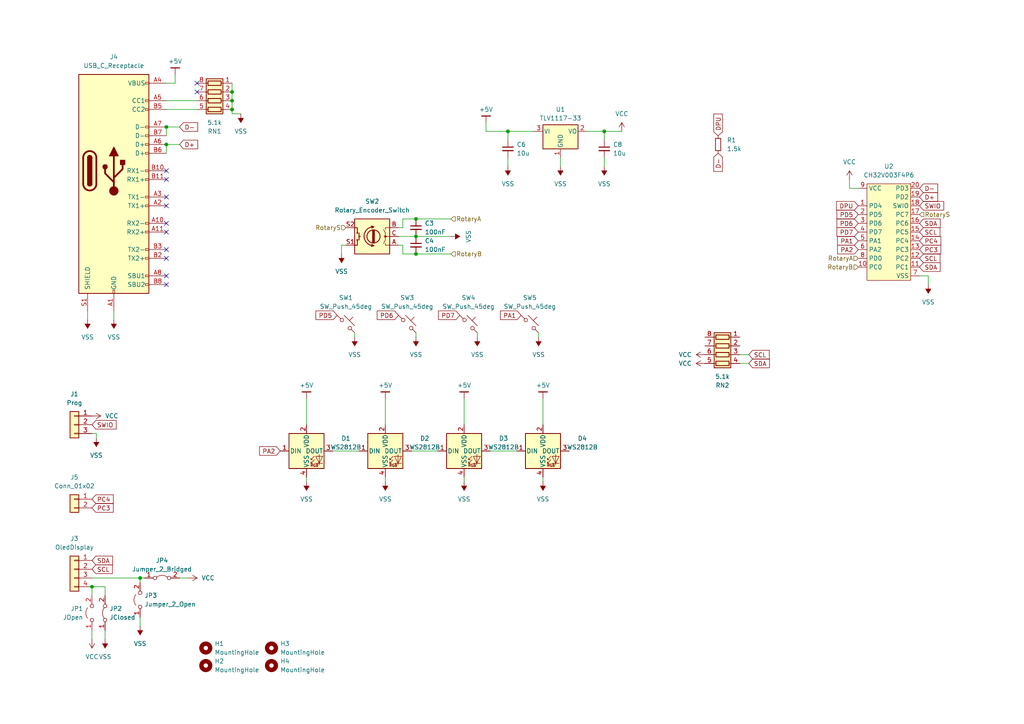
<source format=kicad_sch>
(kicad_sch (version 20231120) (generator "eeschema") (generator_version "8.0")
  (paper "A4")
  (lib_symbols
    (symbol "Connector:USB_C_Receptacle" (pin_names (offset 1.016))
      (property "Reference" "J" (at -10.16 29.21 0))
      (property "Value" "USB_C_Receptacle" (at 10.16 29.21 0))
      (symbol "USB_C_Receptacle_0_0"
        (rectangle (start -0.254 -35.56) (end 0.254 -34.544))
        (rectangle (start 10.16 -32.766) (end 9.144 -33.274))
        (rectangle (start 10.16 -30.226) (end 9.144 -30.734))
        (rectangle (start 10.16 -25.146) (end 9.144 -25.654))
        (rectangle (start 10.16 -22.606) (end 9.144 -23.114))
        (rectangle (start 10.16 -17.526) (end 9.144 -18.034))
        (rectangle (start 10.16 -14.986) (end 9.144 -15.494))
        (rectangle (start 10.16 -9.906) (end 9.144 -10.414))
        (rectangle (start 10.16 -7.366) (end 9.144 -7.874))
        (rectangle (start 10.16 -2.286) (end 9.144 -2.794))
        (rectangle (start 10.16 0.254) (end 9.144 -0.254))
        (rectangle (start 10.16 5.334) (end 9.144 4.826))
        (rectangle (start 10.16 7.874) (end 9.144 7.366))
        (rectangle (start 10.16 10.414) (end 9.144 9.906))
        (rectangle (start 10.16 12.954) (end 9.144 12.446))
        (rectangle (start 10.16 18.034) (end 9.144 17.526))
        (rectangle (start 10.16 20.574) (end 9.144 20.066))
        (rectangle (start 10.16 25.654) (end 9.144 25.146))
      )
      (symbol "USB_C_Receptacle_0_1"
        (rectangle (start -10.16 27.94) (end 10.16 -35.56) (stroke (width 0.254)) (fill (type background)))
        (arc (start -8.89 -3.81) (mid -6.985 -5.7067) (end -5.08 -3.81) (stroke (width 0.508)))
        (arc (start -7.62 -3.81) (mid -6.985 -4.4423) (end -6.35 -3.81) (stroke (width 0.254)))
        (arc (start -7.62 -3.81) (mid -6.985 -4.4423) (end -6.35 -3.81) (stroke (width 0.254)) (fill (type outline)))
        (rectangle (start -7.62 -3.81) (end -6.35 3.81) (stroke (width 0.254)) (fill (type outline)))
        (arc (start -6.35 3.81) (mid -6.985 4.4423) (end -7.62 3.81) (stroke (width 0.254)))
        (arc (start -6.35 3.81) (mid -6.985 4.4423) (end -7.62 3.81) (stroke (width 0.254)) (fill (type outline)))
        (arc (start -5.08 3.81) (mid -6.985 5.7067) (end -8.89 3.81) (stroke (width 0.508)))
        (polyline (pts (xy -8.89 -3.81) (xy -8.89 3.81)) (stroke (width 0.508)))
        (polyline (pts (xy -5.08 3.81) (xy -5.08 -3.81)) (stroke (width 0.508)))
      )
      (symbol "USB_C_Receptacle_1_1"
        (circle (center -2.54 1.143) (radius 0.635) (stroke (width 0.254)) (fill (type outline)))
        (circle (center 0 -5.842) (radius 1.27) (fill (type outline)))
        (polyline (pts (xy 0 -5.842) (xy 0 4.318)) (stroke (width 0.508)))
        (polyline (pts (xy 0 -3.302) (xy -2.54 -0.762) (xy -2.54 0.508)) (stroke (width 0.508)))
        (polyline (pts (xy 0 -2.032) (xy 2.54 0.508) (xy 2.54 1.778)) (stroke (width 0.508)))
        (polyline (pts (xy -1.27 4.318) (xy 0 6.858) (xy 1.27 4.318) (xy -1.27 4.318)) (stroke (width 0.254)) (fill (type outline)))
        (rectangle (start 1.905 1.778) (end 3.175 3.048) (stroke (width 0.254)) (fill (type outline)))
        (pin passive line (at 0 -40.64 90) (length 5.08) (name "GND") (number "A1"))
        (pin bidirectional line (at 15.24 -15.24 180) (length 5.08) (name "RX2-") (number "A10"))
        (pin bidirectional line (at 15.24 -17.78 180) (length 5.08) (name "RX2+") (number "A11"))
        (pin passive line (at 0 -40.64 90) (length 5.08) hide (name "GND") (number "A12"))
        (pin bidirectional line (at 15.24 -10.16 180) (length 5.08) (name "TX1+") (number "A2"))
        (pin bidirectional line (at 15.24 -7.62 180) (length 5.08) (name "TX1-") (number "A3"))
        (pin passive line (at 15.24 25.4 180) (length 5.08) (name "VBUS") (number "A4"))
        (pin bidirectional line (at 15.24 20.32 180) (length 5.08) (name "CC1") (number "A5"))
        (pin bidirectional line (at 15.24 7.62 180) (length 5.08) (name "D+") (number "A6"))
        (pin bidirectional line (at 15.24 12.7 180) (length 5.08) (name "D-") (number "A7"))
        (pin bidirectional line (at 15.24 -30.48 180) (length 5.08) (name "SBU1") (number "A8"))
        (pin passive line (at 15.24 25.4 180) (length 5.08) hide (name "VBUS") (number "A9"))
        (pin passive line (at 0 -40.64 90) (length 5.08) hide (name "GND") (number "B1"))
        (pin bidirectional line (at 15.24 0 180) (length 5.08) (name "RX1-") (number "B10"))
        (pin bidirectional line (at 15.24 -2.54 180) (length 5.08) (name "RX1+") (number "B11"))
        (pin passive line (at 0 -40.64 90) (length 5.08) hide (name "GND") (number "B12"))
        (pin bidirectional line (at 15.24 -25.4 180) (length 5.08) (name "TX2+") (number "B2"))
        (pin bidirectional line (at 15.24 -22.86 180) (length 5.08) (name "TX2-") (number "B3"))
        (pin passive line (at 15.24 25.4 180) (length 5.08) hide (name "VBUS") (number "B4"))
        (pin bidirectional line (at 15.24 17.78 180) (length 5.08) (name "CC2") (number "B5"))
        (pin bidirectional line (at 15.24 5.08 180) (length 5.08) (name "D+") (number "B6"))
        (pin bidirectional line (at 15.24 10.16 180) (length 5.08) (name "D-") (number "B7"))
        (pin bidirectional line (at 15.24 -33.02 180) (length 5.08) (name "SBU2") (number "B8"))
        (pin passive line (at 15.24 25.4 180) (length 5.08) hide (name "VBUS") (number "B9"))
        (pin passive line (at -7.62 -40.64 90) (length 5.08) (name "SHIELD") (number "S1"))
      )
    )
    (symbol "Connector_Generic:Conn_01x02" (pin_names (offset 1.016) hide)
      (property "Reference" "J" (at 0 2.54 0))
      (property "Value" "Conn_01x02" (at 0 -5.08 0))
      (symbol "Conn_01x02_1_1"
        (rectangle (start -1.27 -2.413) (end 0 -2.667) (stroke (width 0.1524)))
        (rectangle (start -1.27 0.127) (end 0 -0.127) (stroke (width 0.1524)))
        (rectangle (start -1.27 1.27) (end 1.27 -3.81) (stroke (width 0.254)) (fill (type background)))
        (pin passive line (at -5.08 0 0) (length 3.81) (name "Pin_1") (number "1"))
        (pin passive line (at -5.08 -2.54 0) (length 3.81) (name "Pin_2") (number "2"))
      )
    )
    (symbol "Connector_Generic:Conn_01x03" (pin_names (offset 1.016) hide)
      (property "Reference" "J" (at 0 5.08 0))
      (property "Value" "Conn_01x03" (at 0 -5.08 0))
      (symbol "Conn_01x03_1_1"
        (rectangle (start -1.27 -2.413) (end 0 -2.667) (stroke (width 0.1524)))
        (rectangle (start -1.27 0.127) (end 0 -0.127) (stroke (width 0.1524)))
        (rectangle (start -1.27 2.667) (end 0 2.413) (stroke (width 0.1524)))
        (rectangle (start -1.27 3.81) (end 1.27 -3.81) (stroke (width 0.254)) (fill (type background)))
        (pin passive line (at -5.08 2.54 0) (length 3.81) (name "Pin_1") (number "1"))
        (pin passive line (at -5.08 0 0) (length 3.81) (name "Pin_2") (number "2"))
        (pin passive line (at -5.08 -2.54 0) (length 3.81) (name "Pin_3") (number "3"))
      )
    )
    (symbol "Connector_Generic:Conn_01x04" (pin_names (offset 1.016) hide)
      (property "Reference" "J" (at 0 5.08 0))
      (property "Value" "Conn_01x04" (at 0 -7.62 0))
      (symbol "Conn_01x04_1_1"
        (rectangle (start -1.27 -4.953) (end 0 -5.207) (stroke (width 0.1524)))
        (rectangle (start -1.27 -2.413) (end 0 -2.667) (stroke (width 0.1524)))
        (rectangle (start -1.27 0.127) (end 0 -0.127) (stroke (width 0.1524)))
        (rectangle (start -1.27 2.667) (end 0 2.413) (stroke (width 0.1524)))
        (rectangle (start -1.27 3.81) (end 1.27 -6.35) (stroke (width 0.254)) (fill (type background)))
        (pin passive line (at -5.08 2.54 0) (length 3.81) (name "Pin_1") (number "1"))
        (pin passive line (at -5.08 0 0) (length 3.81) (name "Pin_2") (number "2"))
        (pin passive line (at -5.08 -2.54 0) (length 3.81) (name "Pin_3") (number "3"))
        (pin passive line (at -5.08 -5.08 0) (length 3.81) (name "Pin_4") (number "4"))
      )
    )
    (symbol "Device:C_Small" (pin_numbers hide) (pin_names (offset 0.254) hide)
      (property "Reference" "C" (at 0.254 1.778 0))
      (property "Value" "C_Small" (at 0.254 -2.032 0))
      (symbol "C_Small_0_1"
        (polyline (pts (xy -1.524 -0.508) (xy 1.524 -0.508)) (stroke (width 0.3302)))
        (polyline (pts (xy -1.524 0.508) (xy 1.524 0.508)) (stroke (width 0.3048)))
      )
      (symbol "C_Small_1_1"
        (pin passive line (at 0 2.54 270) (length 2.032) (name "~") (number "1"))
        (pin passive line (at 0 -2.54 90) (length 2.032) (name "~") (number "2"))
      )
    )
    (symbol "Device:R_Pack04" (pin_names (offset 0) hide)
      (property "Reference" "RN" (at -7.62 0 90))
      (property "Value" "R_Pack04" (at 5.08 0 90))
      (symbol "R_Pack04_0_1"
        (rectangle (start -6.35 -2.413) (end 3.81 2.413) (stroke (width 0.254)) (fill (type background)))
        (rectangle (start -5.715 1.905) (end -4.445 -1.905) (stroke (width 0.254)))
        (rectangle (start -3.175 1.905) (end -1.905 -1.905) (stroke (width 0.254)))
        (rectangle (start -0.635 1.905) (end 0.635 -1.905) (stroke (width 0.254)))
        (polyline (pts (xy -5.08 -2.54) (xy -5.08 -1.905)))
        (polyline (pts (xy -5.08 1.905) (xy -5.08 2.54)))
        (polyline (pts (xy -2.54 -2.54) (xy -2.54 -1.905)))
        (polyline (pts (xy -2.54 1.905) (xy -2.54 2.54)))
        (polyline (pts (xy 0 -2.54) (xy 0 -1.905)))
        (polyline (pts (xy 0 1.905) (xy 0 2.54)))
        (polyline (pts (xy 2.54 -2.54) (xy 2.54 -1.905)))
        (polyline (pts (xy 2.54 1.905) (xy 2.54 2.54)))
        (rectangle (start 1.905 1.905) (end 3.175 -1.905) (stroke (width 0.254)))
      )
      (symbol "R_Pack04_1_1"
        (pin passive line (at -5.08 -5.08 90) (length 2.54) (name "R1.1") (number "1"))
        (pin passive line (at -2.54 -5.08 90) (length 2.54) (name "R2.1") (number "2"))
        (pin passive line (at 0 -5.08 90) (length 2.54) (name "R3.1") (number "3"))
        (pin passive line (at 2.54 -5.08 90) (length 2.54) (name "R4.1") (number "4"))
        (pin passive line (at 2.54 5.08 270) (length 2.54) (name "R4.2") (number "5"))
        (pin passive line (at 0 5.08 270) (length 2.54) (name "R3.2") (number "6"))
        (pin passive line (at -2.54 5.08 270) (length 2.54) (name "R2.2") (number "7"))
        (pin passive line (at -5.08 5.08 270) (length 2.54) (name "R1.2") (number "8"))
      )
    )
    (symbol "Device:R_Small" (pin_numbers hide) (pin_names (offset 0.254) hide)
      (property "Reference" "R" (at 0.762 0.508 0))
      (property "Value" "R_Small" (at 0.762 -1.016 0))
      (symbol "R_Small_0_1"
        (rectangle (start -0.762 1.778) (end 0.762 -1.778) (stroke (width 0.2032)))
      )
      (symbol "R_Small_1_1"
        (pin passive line (at 0 2.54 270) (length 0.762) (name "~") (number "1"))
        (pin passive line (at 0 -2.54 90) (length 0.762) (name "~") (number "2"))
      )
    )
    (symbol "Device:Rotary_Encoder_Switch" (pin_names (offset 0.254) hide)
      (property "Reference" "SW" (at 0 6.604 0))
      (property "Value" "Rotary_Encoder_Switch" (at 0 -6.604 0))
      (symbol "Rotary_Encoder_Switch_0_1"
        (rectangle (start -5.08 5.08) (end 5.08 -5.08) (stroke (width 0.254)) (fill (type background)))
        (circle (center -3.81 0) (radius 0.254) (fill (type outline)))
        (arc (start -0.381 -2.794) (mid 2.3376 -0.0635) (end -0.381 2.667) (stroke (width 0.254)))
        (circle (center -0.381 0) (radius 1.905) (stroke (width 0.254)))
        (polyline (pts (xy -0.635 -1.778) (xy -0.635 1.778)) (stroke (width 0.254)))
        (polyline (pts (xy -0.381 -1.778) (xy -0.381 1.778)) (stroke (width 0.254)))
        (polyline (pts (xy -0.127 1.778) (xy -0.127 -1.778)) (stroke (width 0.254)))
        (polyline (pts (xy 3.81 0) (xy 3.429 0)) (stroke (width 0.254)))
        (polyline (pts (xy 3.81 1.016) (xy 3.81 -1.016)) (stroke (width 0.254)))
        (polyline (pts (xy -5.08 -2.54) (xy -3.81 -2.54) (xy -3.81 -2.032)))
        (polyline (pts (xy -5.08 2.54) (xy -3.81 2.54) (xy -3.81 2.032)))
        (polyline (pts (xy 0.254 -3.048) (xy -0.508 -2.794) (xy 0.127 -2.413)) (stroke (width 0.254)))
        (polyline (pts (xy 0.254 2.921) (xy -0.508 2.667) (xy 0.127 2.286)) (stroke (width 0.254)))
        (polyline (pts (xy 5.08 -2.54) (xy 4.318 -2.54) (xy 4.318 -1.016)) (stroke (width 0.254)))
        (polyline (pts (xy 5.08 2.54) (xy 4.318 2.54) (xy 4.318 1.016)) (stroke (width 0.254)))
        (polyline (pts (xy -5.08 0) (xy -3.81 0) (xy -3.81 -1.016) (xy -3.302 -2.032)))
        (polyline (pts (xy -4.318 0) (xy -3.81 0) (xy -3.81 1.016) (xy -3.302 2.032)))
        (circle (center 4.318 -1.016) (radius 0.127) (stroke (width 0.254)))
        (circle (center 4.318 1.016) (radius 0.127) (stroke (width 0.254)))
      )
      (symbol "Rotary_Encoder_Switch_1_1"
        (pin passive line (at -7.62 2.54 0) (length 2.54) (name "A") (number "A"))
        (pin passive line (at -7.62 -2.54 0) (length 2.54) (name "B") (number "B"))
        (pin passive line (at -7.62 0 0) (length 2.54) (name "C") (number "C"))
        (pin passive line (at 7.62 2.54 180) (length 2.54) (name "S1") (number "S1"))
        (pin passive line (at 7.62 -2.54 180) (length 2.54) (name "S2") (number "S2"))
      )
    )
    (symbol "Jumper:Jumper_2_Bridged" (pin_names (offset 0) hide)
      (property "Reference" "JP" (at 0 1.905 0))
      (property "Value" "Jumper_2_Bridged" (at 0 -2.54 0))
      (symbol "Jumper_2_Bridged_0_0"
        (circle (center -2.032 0) (radius 0.508))
        (circle (center 2.032 0) (radius 0.508))
      )
      (symbol "Jumper_2_Bridged_0_1"
        (arc (start 1.524 0.254) (mid 0 0.762) (end -1.524 0.254))
      )
      (symbol "Jumper_2_Bridged_1_1"
        (pin passive line (at -5.08 0 0) (length 2.54) (name "A") (number "1"))
        (pin passive line (at 5.08 0 180) (length 2.54) (name "B") (number "2"))
      )
    )
    (symbol "Jumper:Jumper_2_Open" (pin_names (offset 0) hide)
      (property "Reference" "JP" (at 0 2.794 0))
      (property "Value" "Jumper_2_Open" (at 0 -2.286 0))
      (symbol "Jumper_2_Open_0_0"
        (circle (center -2.032 0) (radius 0.508))
        (circle (center 2.032 0) (radius 0.508))
      )
      (symbol "Jumper_2_Open_0_1"
        (arc (start 1.524 1.27) (mid 0 1.778) (end -1.524 1.27))
      )
      (symbol "Jumper_2_Open_1_1"
        (pin passive line (at -5.08 0 0) (length 2.54) (name "A") (number "1"))
        (pin passive line (at 5.08 0 180) (length 2.54) (name "B") (number "2"))
      )
    )
    (symbol "LED:WS2812B" (pin_names (offset 0.254))
      (property "Reference" "D1" (at 11.43 3.6479 0))
      (property "Value" "WS2812B" (at 11.43 1.1079 0))
      (symbol "WS2812B_0_0"
        (text "RGB" (at 2.286 -4.191 0) (effects (font (size 0.762 0.762))))
      )
      (symbol "WS2812B_0_1"
        (polyline (pts (xy 1.27 -3.556) (xy 1.778 -3.556)))
        (polyline (pts (xy 1.27 -2.54) (xy 1.778 -2.54)))
        (polyline (pts (xy 4.699 -3.556) (xy 2.667 -3.556)))
        (polyline (pts (xy 2.286 -2.54) (xy 1.27 -3.556) (xy 1.27 -3.048)))
        (polyline (pts (xy 2.286 -1.524) (xy 1.27 -2.54) (xy 1.27 -2.032)))
        (polyline (pts (xy 3.683 -1.016) (xy 3.683 -3.556) (xy 3.683 -4.064)))
        (polyline (pts (xy 4.699 -1.524) (xy 2.667 -1.524) (xy 3.683 -3.556) (xy 4.699 -1.524)))
        (rectangle (start 5.08 5.08) (end -5.08 -5.08) (stroke (width 0.254)) (fill (type background)))
      )
      (symbol "WS2812B_1_1"
        (pin input line (at -7.62 0 0) (length 2.54) (name "DIN") (number "1"))
        (pin power_in line (at 0 7.62 270) (length 2.54) (name "VDD") (number "2"))
        (pin output line (at 7.62 0 180) (length 2.54) (name "DOUT") (number "3"))
        (pin power_in line (at 0 -7.62 90) (length 2.54) (name "VSS") (number "4"))
      )
    )
    (symbol "Mechanical:MountingHole" (pin_names (offset 1.016))
      (property "Reference" "H" (at 0 5.08 0))
      (property "Value" "MountingHole" (at 0 3.175 0))
      (symbol "MountingHole_0_1"
        (circle (center 0 0) (radius 1.27) (stroke (width 1.27)))
      )
    )
    (symbol "Regulator_Linear:TLV1117-33" (pin_names (offset 0.254))
      (property "Reference" "U" (at -3.81 3.175 0))
      (property "Value" "TLV1117-33" (at 0 3.175 0))
      (symbol "TLV1117-33_0_1"
        (rectangle (start -5.08 -5.08) (end 5.08 1.905) (stroke (width 0.254)) (fill (type background)))
      )
      (symbol "TLV1117-33_1_1"
        (pin power_in line (at 0 -7.62 90) (length 2.54) (name "GND") (number "1"))
        (pin power_out line (at 7.62 0 180) (length 2.54) (name "VO") (number "2"))
        (pin power_in line (at -7.62 0 0) (length 2.54) (name "VI") (number "3"))
      )
    )
    (symbol "Switch:SW_Push_45deg" (pin_numbers hide) (pin_names (offset 1.016) hide)
      (property "Reference" "SW" (at 3.048 1.016 0))
      (property "Value" "SW_Push_45deg" (at 0 -3.81 0))
      (symbol "SW_Push_45deg_0_1"
        (circle (center -1.1684 1.1684) (radius 0.508))
        (polyline (pts (xy -0.508 2.54) (xy 2.54 -0.508)))
        (polyline (pts (xy 1.016 1.016) (xy 2.032 2.032)))
        (polyline (pts (xy -2.54 2.54) (xy -1.524 1.524) (xy -1.524 1.524)))
        (polyline (pts (xy 1.524 -1.524) (xy 2.54 -2.54) (xy 2.54 -2.54) (xy 2.54 -2.54)))
        (circle (center 1.143 -1.1938) (radius 0.508))
        (pin passive line (at -2.54 2.54 0) (length 0) (name "1") (number "1"))
        (pin passive line (at 2.54 -2.54 180) (length 0) (name "2") (number "2"))
      )
    )
    (symbol "WCH:CH32V003F4P6"
      (property "Reference" "U" (at 5.08 -24.13 0))
      (property "Value" "CH32V003F4P6" (at 0 6.35 0))
      (symbol "CH32V003F4P6_0_1"
        (rectangle (start -6.35 5.08) (end 6.35 -22.86) (stroke (width 0.1524)) (fill (type background)))
      )
      (symbol "CH32V003F4P6_1_1"
        (pin input line (at -8.89 -1.27 0) (length 2.54) (name "PD4") (number "1"))
        (pin input line (at -8.89 -19.05 0) (length 2.54) (name "PC0") (number "10"))
        (pin input line (at 8.89 -19.05 180) (length 2.54) (name "PC1") (number "11"))
        (pin input line (at 8.89 -16.51 180) (length 2.54) (name "PC2") (number "12"))
        (pin input line (at 8.89 -13.97 180) (length 2.54) (name "PC3") (number "13"))
        (pin input line (at 8.89 -11.43 180) (length 2.54) (name "PC4") (number "14"))
        (pin input line (at 8.89 -8.89 180) (length 2.54) (name "PC5") (number "15"))
        (pin input line (at 8.89 -6.35 180) (length 2.54) (name "PC6") (number "16"))
        (pin input line (at 8.89 -3.81 180) (length 2.54) (name "PC7") (number "17"))
        (pin input line (at 8.89 -1.27 180) (length 2.54) (name "SWIO") (number "18"))
        (pin input line (at 8.89 1.27 180) (length 2.54) (name "PD2") (number "19"))
        (pin input line (at -8.89 -3.81 0) (length 2.54) (name "PD5") (number "2"))
        (pin input line (at 8.89 3.81 180) (length 2.54) (name "PD3") (number "20"))
        (pin input line (at -8.89 -6.35 0) (length 2.54) (name "PD6") (number "3"))
        (pin input line (at -8.89 -8.89 0) (length 2.54) (name "PD7") (number "4"))
        (pin input line (at -8.89 -11.43 0) (length 2.54) (name "PA1") (number "5"))
        (pin input line (at -8.89 -13.97 0) (length 2.54) (name "PA2") (number "6"))
        (pin input line (at 8.89 -21.59 180) (length 2.54) (name "VSS") (number "7"))
        (pin input line (at -8.89 -16.51 0) (length 2.54) (name "PD0") (number "8"))
        (pin input line (at -8.89 3.81 0) (length 2.54) (name "VCC") (number "9"))
      )
    )
    (symbol "gkl_power:+5V" (power) (pin_names (offset 0))
      (property "Value" "+5V" (at 0 3.175 0))
      (symbol "+5V_0_1"
        (polyline (pts (xy -1.27 1.905) (xy 1.27 1.905)) (stroke (width 0.3048)))
        (polyline (pts (xy 0 0) (xy 0 1.905)))
      )
      (symbol "+5V_1_1"
        (pin power_in line (at 0 0 90) (length 0) hide (name "+5V") (number "1"))
      )
    )
    (symbol "power:VCC" (power) (pin_names (offset 0))
      (property "Value" "VCC" (at 0 3.81 0))
      (symbol "VCC_0_1"
        (polyline (pts (xy -0.762 1.27) (xy 0 2.54)))
        (polyline (pts (xy 0 0) (xy 0 2.54)))
        (polyline (pts (xy 0 2.54) (xy 0.762 1.27)))
      )
      (symbol "VCC_1_1"
        (pin power_in line (at 0 0 90) (length 0) hide (name "VCC") (number "1"))
      )
    )
    (symbol "power:VSS" (power) (pin_names (offset 0))
      (property "Value" "VSS" (at 0 3.81 0))
      (symbol "VSS_0_1"
        (polyline (pts (xy 0 0) (xy 0 2.54)))
        (polyline (pts (xy 0.762 1.27) (xy -0.762 1.27) (xy 0 2.54) (xy 0.762 1.27)) (fill (type outline)))
      )
      (symbol "VSS_1_1"
        (pin power_in line (at 0 0 90) (length 0) hide (name "VSS") (number "1"))
      )
    )
  )
  (junction (at 147.32 38.1))
  (junction (at 26.67 170.18))
  (junction (at 48.26 36.83))
  (junction (at 120.65 63.5) (diameter 0.9144))
  (junction (at 67.31 29.21))
  (junction (at 40.64 167.64))
  (junction (at 48.26 41.91))
  (junction (at 120.65 68.58) (diameter 0.9144))
  (junction (at 67.31 26.67))
  (junction (at 120.65 73.66) (diameter 0.9144))
  (junction (at 175.26 38.1))
  (junction (at 67.31 31.75))
  (no_connect (at 48.26 72.39))
  (no_connect (at 48.26 64.77))
  (no_connect (at 48.26 74.93))
  (no_connect (at 48.26 52.07))
  (no_connect (at 57.15 26.67))
  (no_connect (at 48.26 49.53))
  (no_connect (at 48.26 59.69))
  (no_connect (at 48.26 80.01))
  (no_connect (at 48.26 82.55))
  (no_connect (at 57.15 24.13))
  (no_connect (at 48.26 67.31))
  (no_connect (at 48.26 57.15))
  (wire (pts (xy 48.26 41.91) (xy 52.07 41.91)))
  (wire (pts (xy 52.07 167.64) (xy 54.61 167.64)))
  (wire (pts (xy 116.84 66.04) (xy 116.84 63.5)))
  (wire (pts (xy 67.31 26.67) (xy 67.31 29.21)))
  (wire (pts (xy 67.31 29.21) (xy 67.31 31.75)))
  (wire (pts (xy 26.67 170.18) (xy 26.67 172.72)))
  (wire (pts (xy 157.48 138.43) (xy 157.48 139.7)))
  (wire (pts (xy 116.84 71.12) (xy 116.84 73.66)))
  (wire (pts (xy 269.24 82.55) (xy 269.24 80.01)))
  (wire (pts (xy 162.56 45.72) (xy 162.56 48.26)))
  (wire (pts (xy 30.48 182.88) (xy 30.48 185.42)))
  (wire (pts (xy 111.76 115.57) (xy 111.76 123.19)))
  (wire (pts (xy 25.4 90.17) (xy 25.4 92.71)))
  (wire (pts (xy 116.84 73.66) (xy 120.65 73.66)))
  (wire (pts (xy 170.18 38.1) (xy 175.26 38.1)))
  (wire (pts (xy 102.87 96.52) (xy 102.87 97.79)))
  (wire (pts (xy 67.31 33.02) (xy 67.31 31.75)))
  (wire (pts (xy 27.94 127) (xy 27.94 125.73)))
  (wire (pts (xy 115.57 66.04) (xy 116.84 66.04)))
  (wire (pts (xy 48.26 31.75) (xy 57.15 31.75)))
  (wire (pts (xy 147.32 38.1) (xy 154.94 38.1)))
  (wire (pts (xy 138.43 96.52) (xy 138.43 97.79)))
  (wire (pts (xy 156.21 96.52) (xy 156.21 97.79)))
  (wire (pts (xy 147.32 38.1) (xy 147.32 40.64)))
  (wire (pts (xy 88.9 138.43) (xy 88.9 139.7)))
  (wire (pts (xy 175.26 45.72) (xy 175.26 48.26)))
  (wire (pts (xy 48.26 29.21) (xy 57.15 29.21)))
  (wire (pts (xy 115.57 68.58) (xy 120.65 68.58)))
  (wire (pts (xy 48.26 36.83) (xy 48.26 39.37)))
  (wire (pts (xy 67.31 24.13) (xy 67.31 26.67)))
  (wire (pts (xy 214.63 102.87) (xy 217.17 102.87)))
  (wire (pts (xy 120.65 68.58) (xy 130.81 68.58)))
  (wire (pts (xy 88.9 115.57) (xy 88.9 123.19)))
  (wire (pts (xy 30.48 172.72) (xy 30.48 170.18)))
  (wire (pts (xy 214.63 105.41) (xy 217.17 105.41)))
  (wire (pts (xy 30.48 170.18) (xy 26.67 170.18)))
  (wire (pts (xy 120.65 63.5) (xy 130.81 63.5)))
  (wire (pts (xy 140.97 38.1) (xy 147.32 38.1)))
  (wire (pts (xy 48.26 44.45) (xy 48.26 41.91)))
  (wire (pts (xy 48.26 36.83) (xy 52.07 36.83)))
  (wire (pts (xy 99.06 73.66) (xy 99.06 71.12)))
  (wire (pts (xy 40.64 167.64) (xy 40.64 168.91)))
  (wire (pts (xy 120.65 96.52) (xy 120.65 97.79)))
  (wire (pts (xy 48.26 24.13) (xy 50.8 24.13)))
  (wire (pts (xy 115.57 71.12) (xy 116.84 71.12)))
  (wire (pts (xy 120.65 73.66) (xy 130.81 73.66)))
  (wire (pts (xy 175.26 38.1) (xy 175.26 40.64)))
  (wire (pts (xy 116.84 63.5) (xy 120.65 63.5)))
  (wire (pts (xy 147.32 45.72) (xy 147.32 48.26)))
  (wire (pts (xy 27.94 125.73) (xy 26.67 125.73)))
  (wire (pts (xy 99.06 71.12) (xy 100.33 71.12)))
  (wire (pts (xy 134.62 115.57) (xy 134.62 123.19)))
  (wire (pts (xy 33.02 90.17) (xy 33.02 92.71)))
  (wire (pts (xy 26.67 182.88) (xy 26.67 185.42)))
  (wire (pts (xy 134.62 138.43) (xy 134.62 139.7)))
  (wire (pts (xy 40.64 179.07) (xy 40.64 181.61)))
  (wire (pts (xy 157.48 115.57) (xy 157.48 123.19)))
  (wire (pts (xy 246.38 52.07) (xy 246.38 54.61)))
  (wire (pts (xy 96.52 130.81) (xy 104.14 130.81)))
  (wire (pts (xy 142.24 130.81) (xy 149.86 130.81)))
  (wire (pts (xy 119.38 130.81) (xy 127 130.81)))
  (wire (pts (xy 140.97 35.56) (xy 140.97 38.1)))
  (wire (pts (xy 111.76 138.43) (xy 111.76 139.7)))
  (wire (pts (xy 69.85 33.02) (xy 67.31 33.02)))
  (wire (pts (xy 40.64 167.64) (xy 41.91 167.64)))
  (wire (pts (xy 246.38 54.61) (xy 248.92 54.61)))
  (wire (pts (xy 175.26 38.1) (xy 180.34 38.1)))
  (wire (pts (xy 26.67 167.64) (xy 40.64 167.64)))
  (wire (pts (xy 269.24 80.01) (xy 266.7 80.01)))
  (wire (pts (xy 50.8 24.13) (xy 50.8 21.59)))
  (global_label "SCL" (shape input) (at 266.7 67.31 0) (property "Intersheetrefs" "${INTERSHEET_REFS}" (effects (hide yes))))
  (global_label "D-" (shape input) (at 208.28 44.45 270) (property "Intersheetrefs" "${INTERSHEET_REFS}" (effects (hide yes))))
  (global_label "PC4" (shape input) (at 26.67 144.78 0) (property "Intersheetrefs" "${INTERSHEET_REFS}" (effects (hide yes))))
  (global_label "SDA" (shape input) (at 266.7 77.47 0) (property "Intersheetrefs" "${INTERSHEET_REFS}" (effects (hide yes))))
  (global_label "SCL" (shape input) (at 217.17 102.87 0) (property "Intersheetrefs" "${INTERSHEET_REFS}" (effects (hide yes))))
  (global_label "PA1" (shape input) (at 248.92 69.85 180) (property "Intersheetrefs" "${INTERSHEET_REFS}" (effects (hide yes))))
  (global_label "PD5" (shape input) (at 248.92 62.23 180) (property "Intersheetrefs" "${INTERSHEET_REFS}" (effects (hide yes))))
  (global_label "SWIO" (shape input) (at 266.7 59.69 0) (property "Intersheetrefs" "${INTERSHEET_REFS}" (effects (hide yes))))
  (global_label "PD6" (shape input) (at 115.57 91.44 180) (property "Intersheetrefs" "${INTERSHEET_REFS}" (effects (hide yes))))
  (global_label "PC3" (shape input) (at 266.7 72.39 0) (property "Intersheetrefs" "${INTERSHEET_REFS}" (effects (hide yes))))
  (global_label "PA2" (shape input) (at 248.92 72.39 180) (property "Intersheetrefs" "${INTERSHEET_REFS}" (effects (hide yes))))
  (global_label "D+" (shape input) (at 266.7 57.15 0) (property "Intersheetrefs" "${INTERSHEET_REFS}" (effects (hide yes))))
  (global_label "PA2" (shape input) (at 81.28 130.81 180) (property "Intersheetrefs" "${INTERSHEET_REFS}" (effects (hide yes))))
  (global_label "PA1" (shape input) (at 151.13 91.44 180) (property "Intersheetrefs" "${INTERSHEET_REFS}" (effects (hide yes))))
  (global_label "PD7" (shape input) (at 133.35 91.44 180) (property "Intersheetrefs" "${INTERSHEET_REFS}" (effects (hide yes))))
  (global_label "D-" (shape input) (at 52.07 36.83 0) (property "Intersheetrefs" "${INTERSHEET_REFS}" (effects (hide yes))))
  (global_label "PD5" (shape input) (at 97.79 91.44 180) (property "Intersheetrefs" "${INTERSHEET_REFS}" (effects (hide yes))))
  (global_label "D-" (shape input) (at 266.7 54.61 0) (property "Intersheetrefs" "${INTERSHEET_REFS}" (effects (hide yes))))
  (global_label "SDA" (shape input) (at 266.7 64.77 0) (property "Intersheetrefs" "${INTERSHEET_REFS}" (effects (hide yes))))
  (global_label "PD6" (shape input) (at 248.92 64.77 180) (property "Intersheetrefs" "${INTERSHEET_REFS}" (effects (hide yes))))
  (global_label "SDA" (shape input) (at 217.17 105.41 0) (property "Intersheetrefs" "${INTERSHEET_REFS}" (effects (hide yes))))
  (global_label "PD7" (shape input) (at 248.92 67.31 180) (property "Intersheetrefs" "${INTERSHEET_REFS}" (effects (hide yes))))
  (global_label "SDA" (shape input) (at 26.67 162.56 0) (property "Intersheetrefs" "${INTERSHEET_REFS}" (effects (hide yes))))
  (global_label "SCL" (shape input) (at 26.67 165.1 0) (property "Intersheetrefs" "${INTERSHEET_REFS}" (effects (hide yes))))
  (global_label "DPU" (shape input) (at 208.28 39.37 90) (property "Intersheetrefs" "${INTERSHEET_REFS}" (effects (hide yes))))
  (global_label "PC4" (shape input) (at 266.7 69.85 0) (property "Intersheetrefs" "${INTERSHEET_REFS}" (effects (hide yes))))
  (global_label "D+" (shape input) (at 52.07 41.91 0) (property "Intersheetrefs" "${INTERSHEET_REFS}" (effects (hide yes))))
  (global_label "PC3" (shape input) (at 26.67 147.32 0) (property "Intersheetrefs" "${INTERSHEET_REFS}" (effects (hide yes))))
  (global_label "SCL" (shape input) (at 266.7 74.93 0) (property "Intersheetrefs" "${INTERSHEET_REFS}" (effects (hide yes))))
  (global_label "DPU" (shape input) (at 248.92 59.69 180) (property "Intersheetrefs" "${INTERSHEET_REFS}" (effects (hide yes))))
  (global_label "SWIO" (shape input) (at 26.67 123.19 0) (property "Intersheetrefs" "${INTERSHEET_REFS}" (effects (hide yes))))
  (hierarchical_label "RotaryS" (shape input) (at 266.7 62.23 0))
  (hierarchical_label "RotaryA" (shape input) (at 248.92 74.93 180))
  (hierarchical_label "RotaryB" (shape input) (at 248.92 77.47 180))
  (hierarchical_label "RotaryS" (shape input) (at 100.33 66.04 180))
  (hierarchical_label "RotaryB" (shape input) (at 130.81 73.66 0))
  (hierarchical_label "RotaryA" (shape input) (at 130.81 63.5 0))
  (symbol (lib_id "gkl_power:+5V") (at 157.48 115.57 0) (unit 1)
    (property "Reference" "#PWR028" (effects (hide yes)))
    (property "Value" "+5V" (at 157.48 111.76 0))
  )
  (symbol (lib_id "Connector:USB_C_Receptacle") (at 33.02 49.53 0) (unit 1)
    (property "Reference" "J4" (at 33.02 16.51 0))
    (property "Value" "USB_C_Receptacle" (at 33.02 19.05 0))
    (property "Footprint" "UL_USB:USB_C_Receptical-Jing" (effects (hide yes)))
    (property "Datasheet" "https://www.usb.org/sites/default/files/documents/usb_type-c.zip" (effects (hide yes)))
  )
  (symbol (lib_id "LED:WS2812B") (at 157.48 130.81 0) (unit 1)
    (property "Reference" "D4" (at 168.91 127.1621 0))
    (property "Value" "WS2812B" (at 168.91 129.7021 0))
    (property "Footprint" "UL_LED:SK6812-E_Reverse" (effects (hide yes)))
    (property "Datasheet" "https://cdn-shop.adafruit.com/datasheets/WS2812B.pdf" (effects (hide yes)))
  )
  (symbol (lib_id "WCH:CH32V003F4P6") (at 257.81 58.42 0) (unit 1)
    (property "Reference" "U2" (at 257.81 48.26 0))
    (property "Value" "CH32V003F4P6" (at 257.81 50.8 0))
    (property "Footprint" "Package_SO:TSSOP-20_4.4x6.5mm_P0.65mm" (effects (hide yes)))
  )
  (symbol (lib_id "power:VSS") (at 157.48 139.7 180) (unit 1)
    (property "Reference" "#PWR029" (effects (hide yes)))
    (property "Value" "VSS" (at 157.48 144.78 0))
  )
  (symbol (lib_id "power:VSS") (at 162.56 48.26 180) (unit 1)
    (property "Reference" "#PWR030" (effects (hide yes)))
    (property "Value" "VSS" (at 162.56 53.34 0))
  )
  (symbol (lib_id "power:VSS") (at 175.26 48.26 180) (unit 1)
    (property "Reference" "#PWR031" (effects (hide yes)))
    (property "Value" "VSS" (at 175.26 53.34 0))
  )
  (symbol (lib_id "Device:R_Pack04") (at 62.23 29.21 90) (mirror x) (unit 1)
    (property "Reference" "RN1" (at 62.23 38.1 90))
    (property "Value" "5.1k" (at 62.23 35.56 90))
    (property "Footprint" "Resistor_SMD:R_Array_Convex_4x0603" (effects (hide yes)))
  )
  (symbol (lib_id "power:VCC") (at 54.61 167.64 270) (unit 1)
    (property "Reference" "#PWR09" (effects (hide yes)))
    (property "Value" "VCC" (at 58.42 167.64 90) (effects (justify left)))
  )
  (symbol (lib_id "gkl_power:+5V") (at 134.62 115.57 0) (unit 1)
    (property "Reference" "#PWR021" (effects (hide yes)))
    (property "Value" "+5V" (at 134.62 111.76 0))
  )
  (symbol (lib_id "Jumper:Jumper_2_Bridged") (at 46.99 167.64 0) (unit 1)
    (property "Reference" "JP4" (at 46.99 162.56 0))
    (property "Value" "Jumper_2_Bridged" (at 46.99 165.1 0))
    (property "Footprint" "Jumper:SolderJumper-2_P1.3mm_Bridged_Pad1.0x1.5mm" (effects (hide yes)))
  )
  (symbol (lib_id "power:VSS") (at 30.48 185.42 180) (unit 1)
    (property "Reference" "#PWR05" (effects (hide yes)))
    (property "Value" "VSS" (at 30.48 190.5 0))
  )
  (symbol (lib_id "power:VSS") (at 120.65 97.79 180) (unit 1)
    (property "Reference" "#PWR018" (effects (hide yes)))
    (property "Value" "VSS" (at 120.65 102.87 0))
  )
  (symbol (lib_id "power:VSS") (at 40.64 181.61 180) (unit 1)
    (property "Reference" "#PWR07" (effects (hide yes)))
    (property "Value" "VSS" (at 40.64 186.69 0))
  )
  (symbol (lib_id "power:VSS") (at 147.32 48.26 180) (unit 1)
    (property "Reference" "#PWR025" (effects (hide yes)))
    (property "Value" "VSS" (at 147.32 53.34 0))
  )
  (symbol (lib_id "Device:Rotary_Encoder_Switch") (at 107.95 68.58 180) (unit 1)
    (property "Reference" "SW2" (at 107.95 58.42 0))
    (property "Value" "Rotary_Encoder_Switch" (at 107.95 60.96 0))
    (property "Footprint" "cafebabe:EC11L1524E03_Rotary_Encoder" (effects (hide yes)))
  )
  (symbol (lib_id "power:VSS") (at 88.9 139.7 180) (unit 1)
    (property "Reference" "#PWR013" (effects (hide yes)))
    (property "Value" "VSS" (at 88.9 144.78 0))
  )
  (symbol (lib_id "LED:WS2812B") (at 111.76 130.81 0) (unit 1)
    (property "Reference" "D2" (at 123.19 127.1621 0))
    (property "Value" "WS2812B" (at 123.19 129.7021 0))
    (property "Footprint" "UL_LED:SK6812-E_Reverse" (effects (hide yes)))
    (property "Datasheet" "https://cdn-shop.adafruit.com/datasheets/WS2812B.pdf" (effects (hide yes)))
  )
  (symbol (lib_id "Mechanical:MountingHole") (at 59.69 193.04 0) (unit 1)
    (property "Reference" "H2" (at 62.23 191.77 0) (effects (justify left)))
    (property "Value" "MountingHole" (at 62.23 194.31 0) (effects (justify left)))
    (property "Footprint" "MountingHole:MountingHole_2.2mm_M2" (effects (hide yes)))
  )
  (symbol (lib_id "Switch:SW_Push_45deg") (at 118.11 93.98 0) (unit 1)
    (property "Reference" "SW3" (at 118.11 86.36 0))
    (property "Value" "SW_Push_45deg" (at 118.11 88.9 0))
    (property "Footprint" "Button_Switch_Keyboard:SW_Cherry_MX_1.00u_PCB" (effects (hide yes)))
  )
  (symbol (lib_id "Jumper:Jumper_2_Bridged") (at 30.48 177.8 90) (unit 1)
    (property "Reference" "JP2" (at 31.75 176.53 90) (effects (justify right)))
    (property "Value" "JClosed" (at 31.75 179.07 90) (effects (justify right)))
    (property "Footprint" "Jumper:SolderJumper-2_P1.3mm_Bridged_Pad1.0x1.5mm" (effects (hide yes)))
  )
  (symbol (lib_id "power:VSS") (at 138.43 97.79 180) (unit 1)
    (property "Reference" "#PWR023" (effects (hide yes)))
    (property "Value" "VSS" (at 138.43 102.87 0))
  )
  (symbol (lib_id "power:VSS") (at 27.94 127 0) (mirror x) (unit 1)
    (property "Reference" "#PWR04" (effects (hide yes)))
    (property "Value" "VSS" (at 27.94 132.08 0))
  )
  (symbol (lib_id "Mechanical:MountingHole") (at 78.74 187.96 0) (unit 1)
    (property "Reference" "H3" (at 81.28 186.69 0) (effects (justify left)))
    (property "Value" "MountingHole" (at 81.28 189.23 0) (effects (justify left)))
    (property "Footprint" "MountingHole:MountingHole_2.2mm_M2" (effects (hide yes)))
  )
  (symbol (lib_id "Mechanical:MountingHole") (at 78.74 193.04 0) (unit 1)
    (property "Reference" "H4" (at 81.28 191.77 0) (effects (justify left)))
    (property "Value" "MountingHole" (at 81.28 194.31 0) (effects (justify left)))
    (property "Footprint" "MountingHole:MountingHole_2.2mm_M2" (effects (hide yes)))
  )
  (symbol (lib_id "power:VCC") (at 246.38 52.07 0) (unit 1)
    (property "Reference" "#PWR033" (effects (hide yes)))
    (property "Value" "VCC" (at 246.38 46.99 0))
  )
  (symbol (lib_id "power:VSS") (at 111.76 139.7 180) (unit 1)
    (property "Reference" "#PWR017" (effects (hide yes)))
    (property "Value" "VSS" (at 111.76 144.78 0))
  )
  (symbol (lib_id "Device:C_Small") (at 120.65 71.12 0) (unit 1)
    (property "Reference" "C4" (at 123.19 69.85 0) (effects (justify left)))
    (property "Value" "100nF" (at 123.19 72.39 0) (effects (justify left)))
    (property "Footprint" "Capacitor_SMD:C_0805_2012Metric" (effects (hide yes)))
  )
  (symbol (lib_id "power:VSS") (at 69.85 33.02 180) (unit 1)
    (property "Reference" "#PWR010" (effects (hide yes)))
    (property "Value" "VSS" (at 69.85 38.1 0))
  )
  (symbol (lib_id "Connector_Generic:Conn_01x02") (at 21.59 144.78 0) (mirror y) (unit 1)
    (property "Reference" "J5" (at 21.59 138.43 0))
    (property "Value" "Conn_01x02" (at 21.59 140.97 0))
    (property "Footprint" "Connector_PinHeader_2.54mm:PinHeader_1x02_P2.54mm_Vertical" (effects (hide yes)))
    (property "Description" "Generic connector, single row, 01x02, script generated (kicad-library-utils/schlib/autogen/connector/)" (effects (hide yes)))
  )
  (symbol (lib_id "Device:C_Small") (at 147.32 43.18 0) (unit 1)
    (property "Reference" "C6" (at 149.86 41.9163 0) (effects (justify left)))
    (property "Value" "10u" (at 149.86 44.4563 0) (effects (justify left)))
    (property "Footprint" "Capacitor_SMD:C_0805_2012Metric" (effects (hide yes)))
  )
  (symbol (lib_id "gkl_power:+5V") (at 111.76 115.57 0) (unit 1)
    (property "Reference" "#PWR016" (effects (hide yes)))
    (property "Value" "+5V" (at 111.76 111.76 0))
  )
  (symbol (lib_id "power:VSS") (at 269.24 82.55 180) (unit 1)
    (property "Reference" "#PWR034" (effects (hide yes)))
    (property "Value" "VSS" (at 269.24 87.63 0))
  )
  (symbol (lib_id "gkl_power:+5V") (at 50.8 21.59 0) (unit 1)
    (property "Reference" "#PWR08" (effects (hide yes)))
    (property "Value" "+5V" (at 50.8 17.78 0))
  )
  (symbol (lib_id "power:VSS") (at 130.81 68.58 270) (unit 1)
    (property "Reference" "#PWR020" (effects (hide yes)))
    (property "Value" "VSS" (at 135.89 68.58 0))
  )
  (symbol (lib_id "Switch:SW_Push_45deg") (at 135.89 93.98 0) (unit 1)
    (property "Reference" "SW4" (at 135.89 86.36 0))
    (property "Value" "SW_Push_45deg" (at 135.89 88.9 0))
    (property "Footprint" "Button_Switch_Keyboard:SW_Cherry_MX_1.00u_PCB" (effects (hide yes)))
  )
  (symbol (lib_id "power:VSS") (at 33.02 92.71 180) (unit 1)
    (property "Reference" "#PWR06" (effects (hide yes)))
    (property "Value" "VSS" (at 33.02 97.79 0))
  )
  (symbol (lib_id "Device:R_Small") (at 208.28 41.91 0) (unit 1)
    (property "Reference" "R1" (at 210.82 40.64 0) (effects (justify left)))
    (property "Value" "1.5k" (at 210.82 43.18 0) (effects (justify left)))
    (property "Footprint" "Resistor_SMD:R_0805_2012Metric" (effects (hide yes)))
  )
  (symbol (lib_id "Mechanical:MountingHole") (at 59.69 187.96 0) (unit 1)
    (property "Reference" "H1" (at 62.23 186.69 0) (effects (justify left)))
    (property "Value" "MountingHole" (at 62.23 189.23 0) (effects (justify left)))
    (property "Footprint" "MountingHole:MountingHole_2.2mm_M2" (effects (hide yes)))
  )
  (symbol (lib_id "Connector_Generic:Conn_01x04") (at 21.59 165.1 0) (mirror y) (unit 1)
    (property "Reference" "J3" (at 21.59 156.21 0))
    (property "Value" "OledDisplay" (at 21.59 158.75 0))
    (property "Footprint" "Connector_PinHeader_2.54mm:PinHeader_1x04_P2.54mm_Vertical" (effects (hide yes)))
  )
  (symbol (lib_id "Regulator_Linear:TLV1117-33") (at 162.56 38.1 0) (unit 1)
    (property "Reference" "U1" (at 162.56 31.75 0))
    (property "Value" "TLV1117-33" (at 162.56 34.29 0))
    (property "Footprint" "Package_TO_SOT_SMD:SOT-223-3_TabPin2" (effects (hide yes)))
    (property "Datasheet" "http://www.ti.com/lit/ds/symlink/tlv1117.pdf" (effects (hide yes)))
  )
  (symbol (lib_id "power:VSS") (at 99.06 73.66 180) (unit 1)
    (property "Reference" "#PWR019" (effects (hide yes)))
    (property "Value" "VSS" (at 99.06 78.74 0))
  )
  (symbol (lib_id "Device:C_Small") (at 175.26 43.18 0) (unit 1)
    (property "Reference" "C8" (at 177.8 41.9163 0) (effects (justify left)))
    (property "Value" "10u" (at 177.8 44.4563 0) (effects (justify left)))
    (property "Footprint" "Capacitor_SMD:C_0805_2012Metric" (effects (hide yes)))
  )
  (symbol (lib_id "Connector_Generic:Conn_01x03") (at 21.59 123.19 0) (mirror y) (unit 1)
    (property "Reference" "J1" (at 21.59 114.3 0))
    (property "Value" "Prog" (at 21.59 116.84 0))
    (property "Footprint" "Connector_PinHeader_2.54mm:PinHeader_1x03_P2.54mm_Vertical" (effects (hide yes)))
  )
  (symbol (lib_id "Device:C_Small") (at 120.65 66.04 0) (unit 1)
    (property "Reference" "C3" (at 123.19 64.77 0) (effects (justify left)))
    (property "Value" "100nF" (at 123.19 67.31 0) (effects (justify left)))
    (property "Footprint" "Capacitor_SMD:C_0805_2012Metric" (effects (hide yes)))
  )
  (symbol (lib_id "Jumper:Jumper_2_Open") (at 40.64 173.99 90) (unit 1)
    (property "Reference" "JP3" (at 41.91 172.72 90) (effects (justify right)))
    (property "Value" "Jumper_2_Open" (at 41.91 175.26 90) (effects (justify right)))
    (property "Footprint" "Jumper:SolderJumper-2_P1.3mm_Open_TrianglePad1.0x1.5mm" (effects (hide yes)))
  )
  (symbol (lib_id "Jumper:Jumper_2_Open") (at 26.67 177.8 90) (unit 1)
    (property "Reference" "JP1" (at 24.13 176.53 90) (effects (justify left)))
    (property "Value" "JOpen" (at 24.13 179.07 90) (effects (justify left)))
    (property "Footprint" "Jumper:SolderJumper-2_P1.3mm_Open_TrianglePad1.0x1.5mm" (effects (hide yes)))
  )
  (symbol (lib_id "power:VSS") (at 102.87 97.79 180) (unit 1)
    (property "Reference" "#PWR015" (effects (hide yes)))
    (property "Value" "VSS" (at 102.87 102.87 0))
  )
  (symbol (lib_id "Switch:SW_Push_45deg") (at 153.67 93.98 0) (unit 1)
    (property "Reference" "SW5" (at 153.67 86.36 0))
    (property "Value" "SW_Push_45deg" (at 153.67 88.9 0))
    (property "Footprint" "Button_Switch_Keyboard:SW_Cherry_MX_1.00u_PCB" (effects (hide yes)))
  )
  (symbol (lib_id "Switch:SW_Push_45deg") (at 100.33 93.98 0) (unit 1)
    (property "Reference" "SW1" (at 100.33 86.36 0))
    (property "Value" "SW_Push_45deg" (at 100.33 88.9 0))
    (property "Footprint" "Button_Switch_Keyboard:SW_Cherry_MX_1.00u_PCB" (effects (hide yes)))
  )
  (symbol (lib_id "power:VCC") (at 26.67 185.42 180) (unit 1)
    (property "Reference" "#PWR03" (effects (hide yes)))
    (property "Value" "VCC" (at 26.67 190.5 0))
  )
  (symbol (lib_id "power:VSS") (at 25.4 92.71 180) (unit 1)
    (property "Reference" "#PWR01" (effects (hide yes)))
    (property "Value" "VSS" (at 25.4 97.79 0))
  )
  (symbol (lib_id "power:VCC") (at 180.34 38.1 0) (unit 1)
    (property "Reference" "#PWR032" (effects (hide yes)))
    (property "Value" "VCC" (at 180.34 33.02 0))
  )
  (symbol (lib_id "power:VSS") (at 156.21 97.79 180) (unit 1)
    (property "Reference" "#PWR027" (effects (hide yes)))
    (property "Value" "VSS" (at 156.21 102.87 0))
  )
  (symbol (lib_id "LED:WS2812B") (at 134.62 130.81 0) (unit 1)
    (property "Reference" "D3" (at 146.05 127.1621 0))
    (property "Value" "WS2812B" (at 146.05 129.7021 0))
    (property "Footprint" "UL_LED:SK6812-E_Reverse" (effects (hide yes)))
    (property "Datasheet" "https://cdn-shop.adafruit.com/datasheets/WS2812B.pdf" (effects (hide yes)))
  )
  (symbol (lib_id "power:VCC") (at 204.47 102.87 90) (unit 1)
    (property "Reference" "#PWR014" (effects (hide yes)))
    (property "Value" "VCC" (at 200.66 102.8699 90) (effects (justify left)))
  )
  (symbol (lib_id "power:VSS") (at 134.62 139.7 180) (unit 1)
    (property "Reference" "#PWR022" (effects (hide yes)))
    (property "Value" "VSS" (at 134.62 144.78 0))
  )
  (symbol (lib_id "LED:WS2812B") (at 88.9 130.81 0) (unit 1)
    (property "Reference" "D1" (at 100.33 127.1621 0))
    (property "Value" "WS2812B" (at 100.33 129.7021 0))
    (property "Footprint" "UL_LED:SK6812-E_Reverse" (effects (hide yes)))
    (property "Datasheet" "https://cdn-shop.adafruit.com/datasheets/WS2812B.pdf" (effects (hide yes)))
  )
  (symbol (lib_id "gkl_power:+5V") (at 140.97 35.56 0) (unit 1)
    (property "Reference" "#PWR024" (effects (hide yes)))
    (property "Value" "+5V" (at 140.97 31.75 0))
  )
  (symbol (lib_id "Device:R_Pack04") (at 209.55 102.87 90) (mirror x) (unit 1)
    (property "Reference" "RN2" (at 209.55 111.76 90))
    (property "Value" "5.1k" (at 209.55 109.22 90))
    (property "Footprint" "Resistor_SMD:R_Array_Convex_4x0603" (effects (hide yes)))
  )
  (symbol (lib_id "gkl_power:+5V") (at 88.9 115.57 0) (unit 1)
    (property "Reference" "#PWR012" (effects (hide yes)))
    (property "Value" "+5V" (at 88.9 111.76 0))
  )
  (symbol (lib_id "power:VCC") (at 204.47 105.41 90) (unit 1)
    (property "Reference" "#PWR011" (effects (hide yes)))
    (property "Value" "VCC" (at 200.66 105.4099 90) (effects (justify left)))
  )
  (symbol (lib_id "power:VCC") (at 26.67 120.65 270) (mirror x) (unit 1)
    (property "Reference" "#PWR02" (effects (hide yes)))
    (property "Value" "VCC" (at 30.48 120.65 90) (effects (justify left)))
  )
)
</source>
